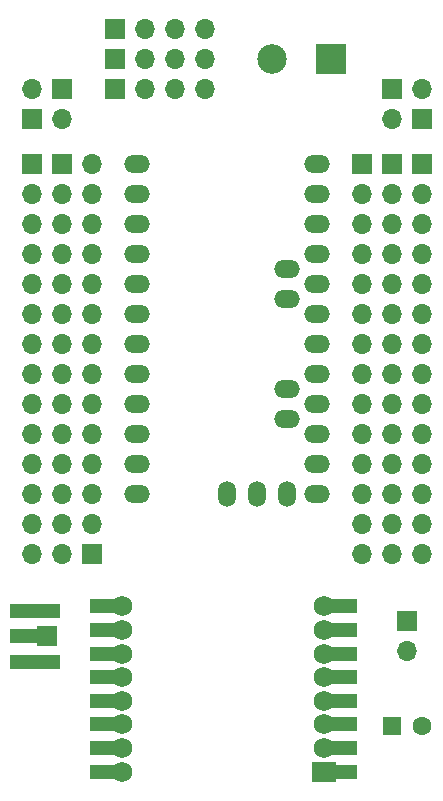
<source format=gts>
G04 #@! TF.FileFunction,Soldermask,Top*
%FSLAX46Y46*%
G04 Gerber Fmt 4.6, Leading zero omitted, Abs format (unit mm)*
G04 Created by KiCad (PCBNEW 4.0.6) date 07/21/18 17:07:38*
%MOMM*%
%LPD*%
G01*
G04 APERTURE LIST*
%ADD10C,0.100000*%
%ADD11R,3.000000X1.200000*%
%ADD12R,2.000000X1.727200*%
%ADD13C,1.727200*%
%ADD14R,1.700000X1.700000*%
%ADD15O,1.700000X1.700000*%
%ADD16R,4.191000X1.270000*%
%ADD17R,3.683000X1.270000*%
%ADD18R,1.600000X1.600000*%
%ADD19C,1.600000*%
%ADD20O,2.199640X1.501140*%
%ADD21O,1.501140X2.199640*%
%ADD22R,2.500000X2.500000*%
%ADD23C,2.500000*%
G04 APERTURE END LIST*
D10*
D11*
X146685000Y-116235000D03*
X146685000Y-114235000D03*
X146685000Y-112235000D03*
X146685000Y-110235000D03*
X146685000Y-108235000D03*
X146685000Y-106235000D03*
X146685000Y-104235000D03*
X146685000Y-102235000D03*
X126985000Y-102235000D03*
X126985000Y-104235000D03*
X126985000Y-106235000D03*
X126985000Y-108235000D03*
X126985000Y-110235000D03*
X126985000Y-112235000D03*
X126985000Y-114235000D03*
X126985000Y-116235000D03*
D12*
X145385000Y-116235000D03*
D13*
X145385000Y-114235000D03*
X145385000Y-112235000D03*
X145385000Y-110235000D03*
X145385000Y-108235000D03*
X145385000Y-106235000D03*
X145385000Y-104235000D03*
X145385000Y-102235000D03*
X128285000Y-102235000D03*
X128285000Y-104235000D03*
X128285000Y-106235000D03*
X128285000Y-108235000D03*
X128285000Y-110235000D03*
X128285000Y-112235000D03*
X128285000Y-114235000D03*
X128285000Y-116235000D03*
D14*
X123190000Y-64770000D03*
D15*
X123190000Y-67310000D03*
X123190000Y-69850000D03*
X123190000Y-72390000D03*
X123190000Y-74930000D03*
X123190000Y-77470000D03*
X123190000Y-80010000D03*
X123190000Y-82550000D03*
X123190000Y-85090000D03*
X123190000Y-87630000D03*
X123190000Y-90170000D03*
X123190000Y-92710000D03*
X123190000Y-95250000D03*
X123190000Y-97790000D03*
D16*
X120904000Y-102628700D03*
X120904000Y-106921300D03*
D17*
X120650000Y-104775000D03*
D16*
X120904000Y-102628700D03*
X120904000Y-106921300D03*
D18*
X151130000Y-112395000D03*
D19*
X153630000Y-112395000D03*
D20*
X142240000Y-83820000D03*
X142240000Y-86360000D03*
X129540000Y-64770000D03*
X129540000Y-67310000D03*
X129540000Y-69850000D03*
X129540000Y-72390000D03*
X129540000Y-74930000D03*
X129540000Y-77470000D03*
X129540000Y-80010000D03*
X129540000Y-82550000D03*
X129540000Y-85090000D03*
X129540000Y-87630000D03*
X129540000Y-90170000D03*
X129540000Y-92710000D03*
X144780000Y-92710000D03*
X144780000Y-90170000D03*
X144780000Y-87630000D03*
X144780000Y-85090000D03*
X144780000Y-82550000D03*
X144780000Y-80010000D03*
X144780000Y-77470000D03*
X144780000Y-74930000D03*
X144780000Y-72390000D03*
X144780000Y-69850000D03*
X144780000Y-67310000D03*
X144780000Y-64770000D03*
X142240000Y-76200000D03*
X142240000Y-73660000D03*
D21*
X142240000Y-92710000D03*
X139700000Y-92710000D03*
X137160000Y-92710000D03*
D14*
X120650000Y-64770000D03*
D15*
X120650000Y-67310000D03*
X120650000Y-69850000D03*
X120650000Y-72390000D03*
X120650000Y-74930000D03*
X120650000Y-77470000D03*
X120650000Y-80010000D03*
X120650000Y-82550000D03*
X120650000Y-85090000D03*
X120650000Y-87630000D03*
X120650000Y-90170000D03*
X120650000Y-92710000D03*
X120650000Y-95250000D03*
X120650000Y-97790000D03*
D14*
X125730000Y-97790000D03*
D15*
X125730000Y-95250000D03*
X125730000Y-92710000D03*
X125730000Y-90170000D03*
X125730000Y-87630000D03*
X125730000Y-85090000D03*
X125730000Y-82550000D03*
X125730000Y-80010000D03*
X125730000Y-77470000D03*
X125730000Y-74930000D03*
X125730000Y-72390000D03*
X125730000Y-69850000D03*
X125730000Y-67310000D03*
X125730000Y-64770000D03*
D14*
X148590000Y-64770000D03*
D15*
X148590000Y-67310000D03*
X148590000Y-69850000D03*
X148590000Y-72390000D03*
X148590000Y-74930000D03*
X148590000Y-77470000D03*
X148590000Y-80010000D03*
X148590000Y-82550000D03*
X148590000Y-85090000D03*
X148590000Y-87630000D03*
X148590000Y-90170000D03*
X148590000Y-92710000D03*
X148590000Y-95250000D03*
X148590000Y-97790000D03*
D14*
X151130000Y-64770000D03*
D15*
X151130000Y-67310000D03*
X151130000Y-69850000D03*
X151130000Y-72390000D03*
X151130000Y-74930000D03*
X151130000Y-77470000D03*
X151130000Y-80010000D03*
X151130000Y-82550000D03*
X151130000Y-85090000D03*
X151130000Y-87630000D03*
X151130000Y-90170000D03*
X151130000Y-92710000D03*
X151130000Y-95250000D03*
X151130000Y-97790000D03*
D14*
X153670000Y-64770000D03*
D15*
X153670000Y-67310000D03*
X153670000Y-69850000D03*
X153670000Y-72390000D03*
X153670000Y-74930000D03*
X153670000Y-77470000D03*
X153670000Y-80010000D03*
X153670000Y-82550000D03*
X153670000Y-85090000D03*
X153670000Y-87630000D03*
X153670000Y-90170000D03*
X153670000Y-92710000D03*
X153670000Y-95250000D03*
X153670000Y-97790000D03*
D14*
X153670000Y-60960000D03*
D15*
X153670000Y-58420000D03*
D14*
X120650000Y-60960000D03*
D15*
X120650000Y-58420000D03*
D14*
X151130000Y-58420000D03*
D15*
X151130000Y-60960000D03*
D14*
X123190000Y-58420000D03*
D15*
X123190000Y-60960000D03*
D22*
X145970000Y-55880000D03*
D23*
X140970000Y-55880000D03*
D14*
X121920000Y-104775000D03*
X152400000Y-103505000D03*
D15*
X152400000Y-106045000D03*
D14*
X127635000Y-53340000D03*
D15*
X130175000Y-53340000D03*
X132715000Y-53340000D03*
X135255000Y-53340000D03*
D14*
X127635000Y-55880000D03*
D15*
X130175000Y-55880000D03*
X132715000Y-55880000D03*
X135255000Y-55880000D03*
D14*
X127635000Y-58420000D03*
D15*
X130175000Y-58420000D03*
X132715000Y-58420000D03*
X135255000Y-58420000D03*
M02*

</source>
